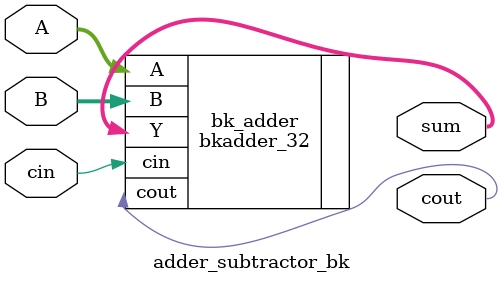
<source format=v>
`timescale 1ns / 1ps
module adder_subtractor_bk (
    output [31:0] sum,
    output cout,
    input [31:0] A,
    input [31:0] B,
    input cin  // Carry-in; use cin=0 for addition, cin=1 for subtraction
);
    wire [31:0] B_mod;   // Modified B based on cin
        

    // If cin = 0: B_mod = B (for addition)
    // If cin = 1: B_mod = ~B (for subtraction)
    //
   // assign B_mod = B ^ {32{cin}};

    // Brent-Kung Adder Instance
    bkadder_32 bk_adder (
        .Y(sum),
        .cout(cout),
        .A(A),
        .B(B),
        .cin(cin)  // Pass carry-in to the adder
    );

endmodule



</source>
